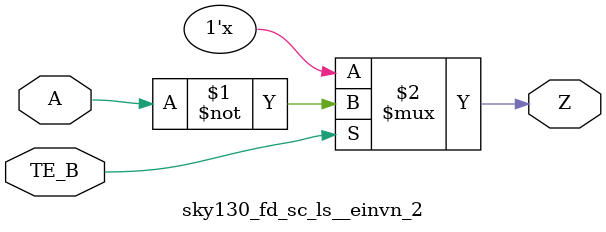
<source format=v>
/*
 * Copyright 2020 The SkyWater PDK Authors
 *
 * Licensed under the Apache License, Version 2.0 (the "License");
 * you may not use this file except in compliance with the License.
 * You may obtain a copy of the License at
 *
 *     https://www.apache.org/licenses/LICENSE-2.0
 *
 * Unless required by applicable law or agreed to in writing, software
 * distributed under the License is distributed on an "AS IS" BASIS,
 * WITHOUT WARRANTIES OR CONDITIONS OF ANY KIND, either express or implied.
 * See the License for the specific language governing permissions and
 * limitations under the License.
 *
 * SPDX-License-Identifier: Apache-2.0
*/


`ifndef SKY130_FD_SC_LS__EINVN_2_FUNCTIONAL_V
`define SKY130_FD_SC_LS__EINVN_2_FUNCTIONAL_V

/**
 * einvn: Tri-state inverter, negative enable.
 *
 * Verilog simulation functional model.
 */

`timescale 1ns / 1ps
`default_nettype none

`celldefine
module sky130_fd_sc_ls__einvn_2 (
    Z   ,
    A   ,
    TE_B
);

    // Module ports
    output Z   ;
    input  A   ;
    input  TE_B;

    //     Name     Output  Other arguments
    notif0 notif00 (Z     , A, TE_B        );

endmodule
`endcelldefine

`default_nettype wire
`endif  // SKY130_FD_SC_LS__EINVN_2_FUNCTIONAL_V

</source>
